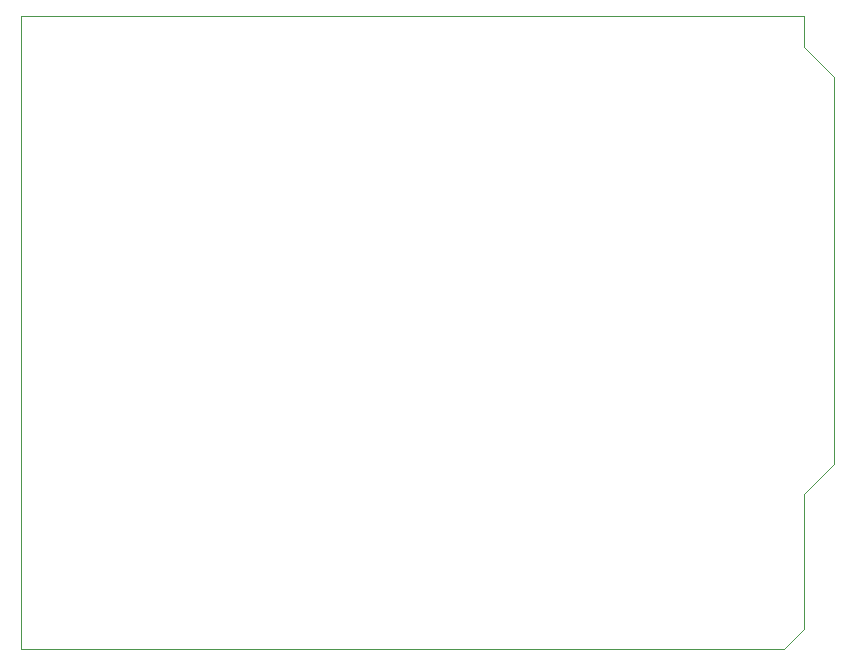
<source format=gbr>
G04 #@! TF.GenerationSoftware,KiCad,Pcbnew,5.1.5+dfsg1-2build2*
G04 #@! TF.CreationDate,2020-08-23T11:23:10+01:00*
G04 #@! TF.ProjectId,psoc6_beacon_gateway,70736f63-365f-4626-9561-636f6e5f6761,rev?*
G04 #@! TF.SameCoordinates,Original*
G04 #@! TF.FileFunction,Profile,NP*
%FSLAX46Y46*%
G04 Gerber Fmt 4.6, Leading zero omitted, Abs format (unit mm)*
G04 Created by KiCad (PCBNEW 5.1.5+dfsg1-2build2) date 2020-08-23 11:23:10*
%MOMM*%
%LPD*%
G04 APERTURE LIST*
%ADD10C,0.050000*%
G04 APERTURE END LIST*
D10*
X-26162000Y9398000D02*
X-92456000Y9398000D01*
X-26162000Y6731000D02*
X-26162000Y9398000D01*
X-23622000Y4191000D02*
X-26162000Y6731000D01*
X-23622000Y-28575000D02*
X-23622000Y4191000D01*
X-26162000Y-31115000D02*
X-23622000Y-28575000D01*
X-26162000Y-42545000D02*
X-26162000Y-31115000D01*
X-27813000Y-44196000D02*
X-26162000Y-42545000D01*
X-92456000Y-44196000D02*
X-27813000Y-44196000D01*
X-92456000Y9398000D02*
X-92456000Y-44196000D01*
M02*

</source>
